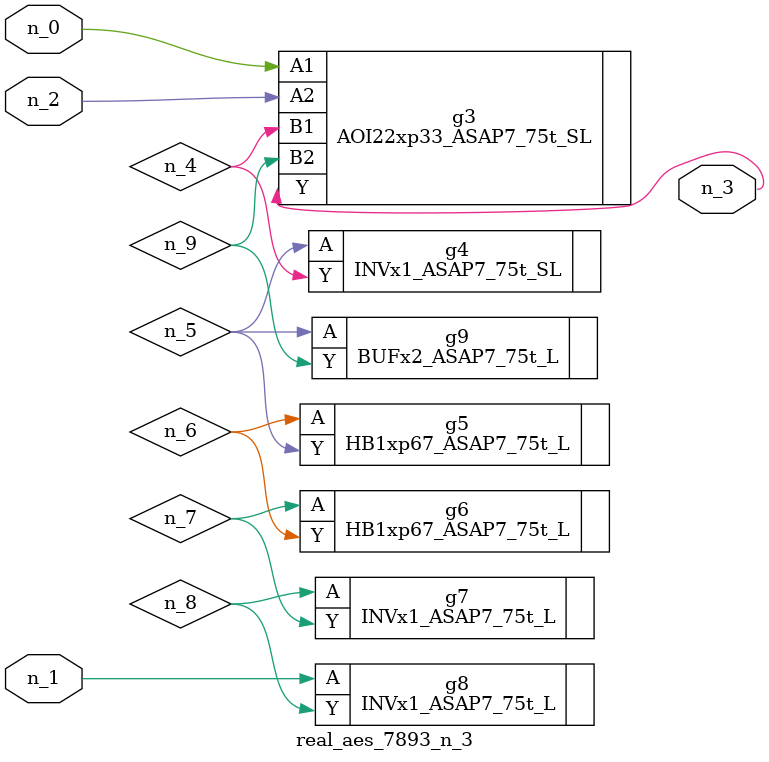
<source format=v>
module real_aes_7893_n_3 (n_0, n_2, n_1, n_3);
input n_0;
input n_2;
input n_1;
output n_3;
wire n_4;
wire n_5;
wire n_7;
wire n_9;
wire n_6;
wire n_8;
AOI22xp33_ASAP7_75t_SL g3 ( .A1(n_0), .A2(n_2), .B1(n_4), .B2(n_9), .Y(n_3) );
INVx1_ASAP7_75t_L g8 ( .A(n_1), .Y(n_8) );
INVx1_ASAP7_75t_SL g4 ( .A(n_5), .Y(n_4) );
BUFx2_ASAP7_75t_L g9 ( .A(n_5), .Y(n_9) );
HB1xp67_ASAP7_75t_L g5 ( .A(n_6), .Y(n_5) );
HB1xp67_ASAP7_75t_L g6 ( .A(n_7), .Y(n_6) );
INVx1_ASAP7_75t_L g7 ( .A(n_8), .Y(n_7) );
endmodule
</source>
